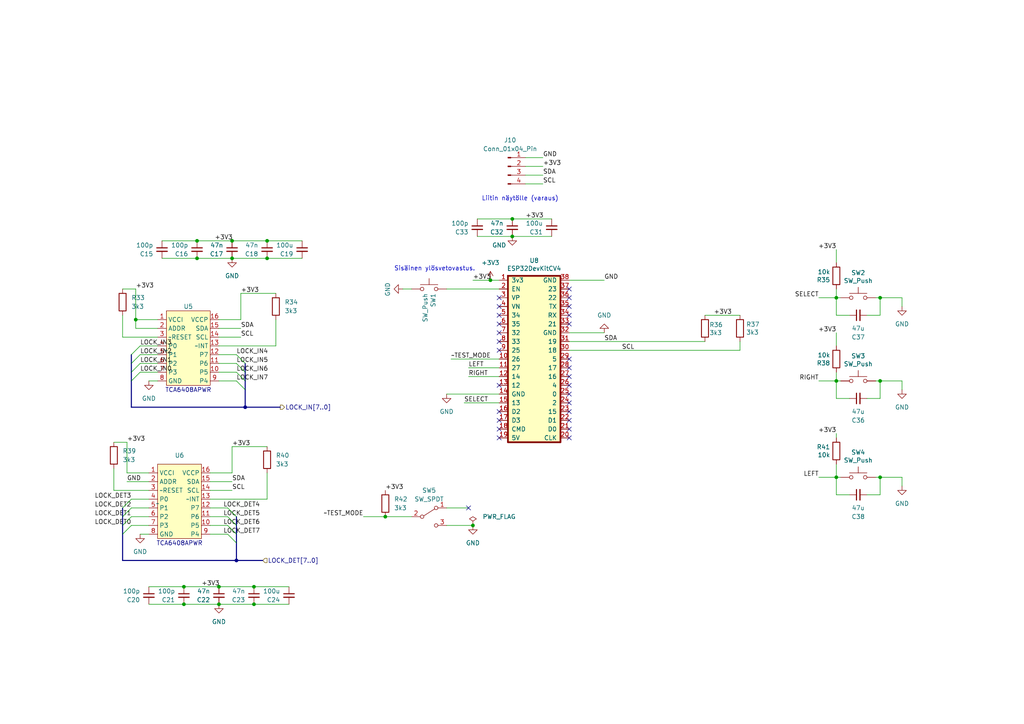
<source format=kicad_sch>
(kicad_sch (version 20230121) (generator eeschema)
  (paper "A4")
  (lib_symbols
    (symbol "Connector:Conn_01x04_Pin" (pin_names (offset 1.016) hide)
      (property "Reference" "J" (at 0 5.08 0))
      (property "Value" "Conn_01x04_Pin" (at 0 -7.62 0))
      (symbol "Conn_01x04_Pin_1_1"
        (polyline (pts (xy 1.27 -5.08) (xy 0.8636 -5.08)) (stroke (width 0.1524)))
        (polyline (pts (xy 1.27 -2.54) (xy 0.8636 -2.54)) (stroke (width 0.1524)))
        (polyline (pts (xy 1.27 0) (xy 0.8636 0)) (stroke (width 0.1524)))
        (polyline (pts (xy 1.27 2.54) (xy 0.8636 2.54)) (stroke (width 0.1524)))
        (rectangle (start 0.8636 -4.953) (end 0 -5.207) (stroke (width 0.1524)) (fill (type outline)))
        (rectangle (start 0.8636 -2.413) (end 0 -2.667) (stroke (width 0.1524)) (fill (type outline)))
        (rectangle (start 0.8636 0.127) (end 0 -0.127) (stroke (width 0.1524)) (fill (type outline)))
        (rectangle (start 0.8636 2.667) (end 0 2.413) (stroke (width 0.1524)) (fill (type outline)))
        (pin passive line (at 5.08 2.54 180) (length 3.81) (name "Pin_1") (number "1"))
        (pin passive line (at 5.08 0 180) (length 3.81) (name "Pin_2") (number "2"))
        (pin passive line (at 5.08 -2.54 180) (length 3.81) (name "Pin_3") (number "3"))
        (pin passive line (at 5.08 -5.08 180) (length 3.81) (name "Pin_4") (number "4"))
      )
    )
    (symbol "Device:C_Small" (pin_numbers hide) (pin_names (offset 0.254) hide)
      (property "Reference" "C" (at 0.254 1.778 0))
      (property "Value" "C_Small" (at 0.254 -2.032 0))
      (symbol "C_Small_0_1"
        (polyline (pts (xy -1.524 -0.508) (xy 1.524 -0.508)) (stroke (width 0.3302)))
        (polyline (pts (xy -1.524 0.508) (xy 1.524 0.508)) (stroke (width 0.3048)))
      )
      (symbol "C_Small_1_1"
        (pin passive line (at 0 2.54 270) (length 2.032) (name "~") (number "1"))
        (pin passive line (at 0 -2.54 90) (length 2.032) (name "~") (number "2"))
      )
    )
    (symbol "Device:R" (pin_numbers hide) (pin_names (offset 0))
      (property "Reference" "R" (at 2.032 0 90))
      (property "Value" "R" (at 0 0 90))
      (symbol "R_0_1"
        (rectangle (start -1.016 -2.54) (end 1.016 2.54) (stroke (width 0.254)))
      )
      (symbol "R_1_1"
        (pin passive line (at 0 3.81 270) (length 1.27) (name "~") (number "1"))
        (pin passive line (at 0 -3.81 90) (length 1.27) (name "~") (number "2"))
      )
    )
    (symbol "Interface_Expansion:TCA6408APWR"
      (property "Reference" "U" (at 0 11.43 0))
      (symbol "TCA6408APWR_1_1"
        (rectangle (start -6.35 10.16) (end 6.35 -11.43) (fill (type background)))
        (text "TCA6408APWR" (at 0 -12.7 0) (effects (font (size 1.27 1.27))))
        (pin power_in line (at -8.89 7.62 0) (length 2.54) (name "VCCI") (number "1"))
        (pin bidirectional line (at 8.89 -7.62 180) (length 2.54) (name "P5") (number "10"))
        (pin bidirectional line (at 8.89 -5.08 180) (length 2.54) (name "P6") (number "11"))
        (pin bidirectional line (at 8.89 -2.54 180) (length 2.54) (name "P7") (number "12"))
        (pin input line (at 8.89 0 180) (length 2.54) (name "~INT") (number "13"))
        (pin bidirectional line (at 8.89 2.54 180) (length 2.54) (name "SCL") (number "14"))
        (pin bidirectional line (at 8.89 5.08 180) (length 2.54) (name "SDA") (number "15"))
        (pin power_in line (at 8.89 7.62 180) (length 2.54) (name "VCCP") (number "16"))
        (pin input line (at -8.89 5.08 0) (length 2.54) (name "ADDR") (number "2"))
        (pin input line (at -8.89 2.54 0) (length 2.54) (name "~RESET") (number "3"))
        (pin bidirectional line (at -8.89 0 0) (length 2.54) (name "P0") (number "4"))
        (pin bidirectional line (at -8.89 -2.54 0) (length 2.54) (name "P1") (number "5"))
        (pin bidirectional line (at -8.89 -5.08 0) (length 2.54) (name "P2") (number "6"))
        (pin bidirectional line (at -8.89 -7.62 0) (length 2.54) (name "P3") (number "7"))
        (pin power_in line (at -8.89 -10.16 0) (length 2.54) (name "GND") (number "8"))
        (pin bidirectional line (at 8.89 -10.16 180) (length 2.54) (name "P4") (number "9"))
      )
    )
    (symbol "Switch:SW_Push" (pin_numbers hide) (pin_names (offset 1.016) hide)
      (property "Reference" "SW" (at 1.27 2.54 0))
      (property "Value" "SW_Push" (at 0 -1.524 0))
      (symbol "SW_Push_0_1"
        (circle (center -2.032 0) (radius 0.508))
        (polyline (pts (xy 0 1.27) (xy 0 3.048)))
        (polyline (pts (xy 2.54 1.27) (xy -2.54 1.27)))
        (circle (center 2.032 0) (radius 0.508))
        (pin passive line (at -5.08 0 0) (length 2.54) (name "1") (number "1"))
        (pin passive line (at 5.08 0 180) (length 2.54) (name "2") (number "2"))
      )
    )
    (symbol "Switch:SW_SPDT" (pin_names (offset 0) hide)
      (property "Reference" "SW" (at 0 4.318 0))
      (property "Value" "SW_SPDT" (at 0 -5.08 0))
      (symbol "SW_SPDT_0_0"
        (circle (center -2.032 0) (radius 0.508))
        (circle (center 2.032 -2.54) (radius 0.508))
      )
      (symbol "SW_SPDT_0_1"
        (polyline (pts (xy -1.524 0.254) (xy 1.651 2.286)))
        (circle (center 2.032 2.54) (radius 0.508))
      )
      (symbol "SW_SPDT_1_1"
        (pin passive line (at 5.08 2.54 180) (length 2.54) (name "A") (number "1"))
        (pin passive line (at -5.08 0 0) (length 2.54) (name "B") (number "2"))
        (pin passive line (at 5.08 -2.54 180) (length 2.54) (name "C") (number "3"))
      )
    )
    (symbol "devkits:ESP32DevKitCV4" (pin_names (offset 1.016))
      (property "Reference" "U" (at 0 -26.67 0))
      (property "Value" "ESP32DevKitCV4" (at 0 24.13 0))
      (symbol "ESP32DevKitCV4_0_1"
        (rectangle (start -7.62 22.86) (end 7.62 -25.4) (stroke (width 0.508)) (fill (type background)))
      )
      (symbol "ESP32DevKitCV4_1_1"
        (pin bidirectional line (at -10.16 21.59 0) (length 2.54) (name "3v3") (number "1"))
        (pin bidirectional line (at -10.16 -1.27 0) (length 2.54) (name "26") (number "10"))
        (pin bidirectional line (at -10.16 -3.81 0) (length 2.54) (name "27") (number "11"))
        (pin bidirectional line (at -10.16 -6.35 0) (length 2.54) (name "14") (number "12"))
        (pin bidirectional line (at -10.16 -8.89 0) (length 2.54) (name "12") (number "13"))
        (pin power_in line (at -10.16 -11.43 0) (length 2.54) (name "GND") (number "14"))
        (pin bidirectional line (at -10.16 -13.97 0) (length 2.54) (name "13") (number "15"))
        (pin bidirectional line (at -10.16 -16.51 0) (length 2.54) (name "D2") (number "16"))
        (pin bidirectional line (at -10.16 -19.05 0) (length 2.54) (name "D3") (number "17"))
        (pin bidirectional line (at -10.16 -21.59 0) (length 2.54) (name "CMD") (number "18"))
        (pin power_in line (at -10.16 -24.13 0) (length 2.54) (name "5V") (number "19"))
        (pin bidirectional line (at -10.16 19.05 0) (length 2.54) (name "EN") (number "2"))
        (pin bidirectional line (at 10.16 -24.13 180) (length 2.54) (name "CLK") (number "20"))
        (pin bidirectional line (at 10.16 -21.59 180) (length 2.54) (name "D0") (number "21"))
        (pin bidirectional line (at 10.16 -19.05 180) (length 2.54) (name "D1") (number "22"))
        (pin bidirectional line (at 10.16 -16.51 180) (length 2.54) (name "15") (number "23"))
        (pin bidirectional line (at 10.16 -13.97 180) (length 2.54) (name "2") (number "24"))
        (pin bidirectional line (at 10.16 -11.43 180) (length 2.54) (name "0") (number "25"))
        (pin bidirectional line (at 10.16 -8.89 180) (length 2.54) (name "4") (number "26"))
        (pin bidirectional line (at 10.16 -6.35 180) (length 2.54) (name "16") (number "27"))
        (pin bidirectional line (at 10.16 -3.81 180) (length 2.54) (name "17") (number "28"))
        (pin bidirectional line (at 10.16 -1.27 180) (length 2.54) (name "5") (number "29"))
        (pin bidirectional line (at -10.16 16.51 0) (length 2.54) (name "VP") (number "3"))
        (pin bidirectional line (at 10.16 1.27 180) (length 2.54) (name "18") (number "30"))
        (pin bidirectional line (at 10.16 3.81 180) (length 2.54) (name "19") (number "31"))
        (pin power_in line (at 10.16 6.35 180) (length 2.54) (name "GND") (number "32"))
        (pin bidirectional line (at 10.16 8.89 180) (length 2.54) (name "21") (number "33"))
        (pin bidirectional line (at 10.16 11.43 180) (length 2.54) (name "RX") (number "34"))
        (pin bidirectional line (at 10.16 13.97 180) (length 2.54) (name "TX") (number "35"))
        (pin bidirectional line (at 10.16 16.51 180) (length 2.54) (name "22") (number "36"))
        (pin bidirectional line (at 10.16 19.05 180) (length 2.54) (name "23") (number "37"))
        (pin power_in line (at 10.16 21.59 180) (length 2.54) (name "GND") (number "38"))
        (pin bidirectional line (at -10.16 13.97 0) (length 2.54) (name "VN") (number "4"))
        (pin bidirectional line (at -10.16 11.43 0) (length 2.54) (name "34") (number "5"))
        (pin bidirectional line (at -10.16 8.89 0) (length 2.54) (name "35") (number "6"))
        (pin bidirectional line (at -10.16 6.35 0) (length 2.54) (name "32") (number "7"))
        (pin bidirectional line (at -10.16 3.81 0) (length 2.54) (name "33") (number "8"))
        (pin bidirectional line (at -10.16 1.27 0) (length 2.54) (name "25") (number "9"))
      )
    )
    (symbol "power:+3V3" (power) (pin_names (offset 0))
      (property "Value" "+3V3" (at 0 3.556 0))
      (symbol "+3V3_0_1"
        (polyline (pts (xy -0.762 1.27) (xy 0 2.54)))
        (polyline (pts (xy 0 0) (xy 0 2.54)))
        (polyline (pts (xy 0 2.54) (xy 0.762 1.27)))
      )
      (symbol "+3V3_1_1"
        (pin power_in line (at 0 0 90) (length 0) hide (name "+3V3") (number "1"))
      )
    )
    (symbol "power:GND" (power) (pin_names (offset 0))
      (property "Value" "GND" (at 0 -3.81 0))
      (symbol "GND_0_1"
        (polyline (pts (xy 0 0) (xy 0 -1.27) (xy 1.27 -1.27) (xy 0 -2.54) (xy -1.27 -1.27) (xy 0 -1.27)))
      )
      (symbol "GND_1_1"
        (pin power_in line (at 0 0 270) (length 0) hide (name "GND") (number "1"))
      )
    )
    (symbol "power:PWR_FLAG" (power) (pin_numbers hide) (pin_names (offset 0) hide)
      (property "Value" "PWR_FLAG" (at 0 3.81 0))
      (symbol "PWR_FLAG_0_0"
        (pin power_out line (at 0 0 90) (length 0) (name "pwr") (number "1"))
      )
      (symbol "PWR_FLAG_0_1"
        (polyline (pts (xy 0 0) (xy 0 1.27) (xy -1.016 1.905) (xy 0 2.54) (xy 1.016 1.905) (xy 0 1.27)))
      )
    )
  )
  (junction (at 67.31 74.93))
  (junction (at 242.57 138.43))
  (junction (at 53.34 170.18))
  (junction (at 148.59 63.5))
  (junction (at 53.34 175.26))
  (junction (at 111.76 149.86))
  (junction (at 242.57 86.36))
  (junction (at 77.47 69.85))
  (junction (at 77.47 74.93))
  (junction (at 255.27 86.36))
  (junction (at 67.31 69.85))
  (junction (at 148.59 68.58))
  (junction (at 73.66 170.18))
  (junction (at 68.58 162.56))
  (junction (at 57.15 74.93))
  (junction (at 39.37 92.71))
  (junction (at 255.27 110.49))
  (junction (at 242.57 110.49))
  (junction (at 73.66 175.26))
  (junction (at 63.5 170.18))
  (junction (at 142.24 81.28))
  (junction (at 255.27 138.43))
  (junction (at 57.15 69.85))
  (junction (at 71.12 118.11))
  (junction (at 137.16 152.4))
  (junction (at 63.5 175.26))
  (no_connect (at 144.78 121.92))
  (no_connect (at 144.78 99.06))
  (no_connect (at 144.78 91.44))
  (no_connect (at 144.78 101.6))
  (no_connect (at 165.1 127))
  (no_connect (at 165.1 111.76))
  (no_connect (at 144.78 93.98))
  (no_connect (at 135.89 147.32))
  (no_connect (at 144.78 111.76))
  (no_connect (at 144.78 127))
  (no_connect (at 165.1 106.68))
  (no_connect (at 144.78 86.36))
  (no_connect (at 165.1 119.38))
  (no_connect (at 165.1 88.9))
  (no_connect (at 165.1 91.44))
  (no_connect (at 165.1 109.22))
  (no_connect (at 165.1 93.98))
  (no_connect (at 165.1 124.46))
  (no_connect (at 144.78 124.46))
  (no_connect (at 165.1 121.92))
  (no_connect (at 144.78 119.38))
  (no_connect (at 165.1 114.3))
  (no_connect (at 165.1 104.14))
  (no_connect (at 144.78 88.9))
  (no_connect (at 165.1 86.36))
  (no_connect (at 144.78 96.52))
  (no_connect (at 165.1 116.84))
  (no_connect (at 165.1 83.82))
  (bus_entry (at 35.56 149.86) (size 2.54 -2.54))
  (bus_entry (at 66.04 152.4) (size 2.54 2.54))
  (bus_entry (at 66.04 147.32) (size 2.54 2.54))
  (bus_entry (at 35.56 154.94) (size 2.54 -2.54))
  (bus_entry (at 38.1 107.95) (size 2.54 -2.54))
  (bus_entry (at 68.58 105.41) (size 2.54 2.54))
  (bus_entry (at 66.04 149.86) (size 2.54 2.54))
  (bus_entry (at 68.58 102.87) (size 2.54 2.54))
  (bus_entry (at 68.58 110.49) (size 2.54 2.54))
  (bus_entry (at 38.1 102.87) (size 2.54 -2.54))
  (bus_entry (at 66.04 154.94) (size 2.54 2.54))
  (bus_entry (at 35.56 147.32) (size 2.54 -2.54))
  (bus_entry (at 38.1 105.41) (size 2.54 -2.54))
  (bus_entry (at 68.58 107.95) (size 2.54 2.54))
  (bus_entry (at 35.56 152.4) (size 2.54 -2.54))
  (bus_entry (at 38.1 110.49) (size 2.54 -2.54))
  (wire (pts (xy 129.54 83.82) (xy 144.78 83.82)))
  (wire (pts (xy 33.02 128.27) (xy 36.83 128.27)))
  (wire (pts (xy 38.1 152.4) (xy 43.18 152.4)))
  (wire (pts (xy 67.31 74.93) (xy 77.47 74.93)))
  (wire (pts (xy 57.15 69.85) (xy 67.31 69.85)))
  (wire (pts (xy 165.1 101.6) (xy 214.63 101.6)))
  (wire (pts (xy 144.78 114.3) (xy 129.54 114.3)))
  (wire (pts (xy 46.99 74.93) (xy 57.15 74.93)))
  (wire (pts (xy 67.31 69.85) (xy 77.47 69.85)))
  (wire (pts (xy 242.57 143.51) (xy 242.57 138.43)))
  (wire (pts (xy 255.27 143.51) (xy 255.27 138.43)))
  (wire (pts (xy 40.64 107.95) (xy 45.72 107.95)))
  (wire (pts (xy 246.38 143.51) (xy 242.57 143.51)))
  (bus (pts (xy 71.12 110.49) (xy 71.12 113.03)))
  (wire (pts (xy 251.46 115.57) (xy 255.27 115.57)))
  (bus (pts (xy 68.58 154.94) (xy 68.58 157.48)))
  (wire (pts (xy 39.37 83.82) (xy 39.37 92.71)))
  (wire (pts (xy 242.57 86.36) (xy 237.49 86.36)))
  (bus (pts (xy 71.12 113.03) (xy 71.12 118.11)))
  (wire (pts (xy 152.4 53.34) (xy 157.48 53.34)))
  (wire (pts (xy 105.41 149.86) (xy 111.76 149.86)))
  (wire (pts (xy 53.34 170.18) (xy 63.5 170.18)))
  (bus (pts (xy 68.58 149.86) (xy 68.58 152.4)))
  (wire (pts (xy 40.64 105.41) (xy 45.72 105.41)))
  (wire (pts (xy 138.43 63.5) (xy 148.59 63.5)))
  (wire (pts (xy 77.47 74.93) (xy 87.63 74.93)))
  (wire (pts (xy 130.81 104.14) (xy 144.78 104.14)))
  (bus (pts (xy 68.58 162.56) (xy 76.2 162.56)))
  (wire (pts (xy 261.62 138.43) (xy 261.62 140.97)))
  (wire (pts (xy 148.59 68.58) (xy 160.02 68.58)))
  (wire (pts (xy 254 138.43) (xy 255.27 138.43)))
  (bus (pts (xy 38.1 102.87) (xy 38.1 105.41)))
  (wire (pts (xy 144.78 116.84) (xy 134.62 116.84)))
  (wire (pts (xy 38.1 144.78) (xy 43.18 144.78)))
  (wire (pts (xy 36.83 128.27) (xy 36.83 137.16)))
  (bus (pts (xy 35.56 162.56) (xy 68.58 162.56)))
  (wire (pts (xy 63.5 105.41) (xy 68.58 105.41)))
  (wire (pts (xy 60.96 154.94) (xy 66.04 154.94)))
  (bus (pts (xy 38.1 107.95) (xy 38.1 110.49)))
  (wire (pts (xy 60.96 144.78) (xy 77.47 144.78)))
  (wire (pts (xy 60.96 147.32) (xy 66.04 147.32)))
  (wire (pts (xy 77.47 137.16) (xy 77.47 144.78)))
  (wire (pts (xy 255.27 138.43) (xy 261.62 138.43)))
  (wire (pts (xy 242.57 100.33) (xy 242.57 96.52)))
  (bus (pts (xy 71.12 107.95) (xy 71.12 110.49)))
  (wire (pts (xy 152.4 48.26) (xy 157.48 48.26)))
  (wire (pts (xy 142.24 81.28) (xy 144.78 81.28)))
  (bus (pts (xy 38.1 105.41) (xy 38.1 107.95)))
  (bus (pts (xy 38.1 118.11) (xy 71.12 118.11)))
  (wire (pts (xy 63.5 107.95) (xy 68.58 107.95)))
  (wire (pts (xy 60.96 152.4) (xy 66.04 152.4)))
  (wire (pts (xy 242.57 138.43) (xy 243.84 138.43)))
  (wire (pts (xy 246.38 91.44) (xy 242.57 91.44)))
  (bus (pts (xy 68.58 152.4) (xy 68.58 154.94)))
  (wire (pts (xy 38.1 147.32) (xy 43.18 147.32)))
  (wire (pts (xy 204.47 91.44) (xy 214.63 91.44)))
  (wire (pts (xy 144.78 109.22) (xy 135.89 109.22)))
  (wire (pts (xy 255.27 115.57) (xy 255.27 110.49)))
  (wire (pts (xy 242.57 125.73) (xy 242.57 127)))
  (wire (pts (xy 60.96 137.16) (xy 67.31 137.16)))
  (wire (pts (xy 43.18 110.49) (xy 45.72 110.49)))
  (wire (pts (xy 67.31 129.54) (xy 67.31 137.16)))
  (wire (pts (xy 129.54 147.32) (xy 135.89 147.32)))
  (wire (pts (xy 242.57 134.62) (xy 242.57 138.43)))
  (wire (pts (xy 116.84 83.82) (xy 119.38 83.82)))
  (bus (pts (xy 35.56 152.4) (xy 35.56 154.94)))
  (wire (pts (xy 43.18 137.16) (xy 36.83 137.16)))
  (wire (pts (xy 43.18 139.7) (xy 36.83 139.7)))
  (wire (pts (xy 242.57 86.36) (xy 242.57 83.82)))
  (wire (pts (xy 242.57 115.57) (xy 242.57 110.49)))
  (wire (pts (xy 63.5 102.87) (xy 68.58 102.87)))
  (bus (pts (xy 71.12 118.11) (xy 81.28 118.11)))
  (wire (pts (xy 69.85 85.09) (xy 80.01 85.09)))
  (bus (pts (xy 38.1 110.49) (xy 38.1 118.11)))
  (wire (pts (xy 57.15 74.93) (xy 67.31 74.93)))
  (wire (pts (xy 60.96 149.86) (xy 66.04 149.86)))
  (wire (pts (xy 242.57 110.49) (xy 237.49 110.49)))
  (wire (pts (xy 243.84 86.36) (xy 242.57 86.36)))
  (wire (pts (xy 73.66 170.18) (xy 83.82 170.18)))
  (wire (pts (xy 63.5 170.18) (xy 73.66 170.18)))
  (wire (pts (xy 40.64 100.33) (xy 45.72 100.33)))
  (wire (pts (xy 43.18 142.24) (xy 33.02 142.24)))
  (wire (pts (xy 254 110.49) (xy 255.27 110.49)))
  (wire (pts (xy 111.76 149.86) (xy 119.38 149.86)))
  (wire (pts (xy 63.5 175.26) (xy 73.66 175.26)))
  (wire (pts (xy 43.18 175.26) (xy 53.34 175.26)))
  (wire (pts (xy 165.1 81.28) (xy 175.26 81.28)))
  (wire (pts (xy 251.46 143.51) (xy 255.27 143.51)))
  (wire (pts (xy 69.85 85.09) (xy 69.85 92.71)))
  (wire (pts (xy 40.64 102.87) (xy 45.72 102.87)))
  (wire (pts (xy 129.54 152.4) (xy 137.16 152.4)))
  (wire (pts (xy 261.62 110.49) (xy 261.62 113.03)))
  (bus (pts (xy 71.12 105.41) (xy 71.12 107.95)))
  (wire (pts (xy 261.62 86.36) (xy 261.62 88.9)))
  (wire (pts (xy 242.57 76.2) (xy 242.57 72.39)))
  (wire (pts (xy 261.62 86.36) (xy 255.27 86.36)))
  (wire (pts (xy 152.4 45.72) (xy 157.48 45.72)))
  (wire (pts (xy 67.31 129.54) (xy 77.47 129.54)))
  (wire (pts (xy 39.37 92.71) (xy 45.72 92.71)))
  (wire (pts (xy 60.96 142.24) (xy 67.31 142.24)))
  (wire (pts (xy 38.1 149.86) (xy 43.18 149.86)))
  (wire (pts (xy 45.72 97.79) (xy 35.56 97.79)))
  (wire (pts (xy 242.57 110.49) (xy 242.57 107.95)))
  (wire (pts (xy 137.16 81.28) (xy 142.24 81.28)))
  (wire (pts (xy 35.56 91.44) (xy 35.56 97.79)))
  (wire (pts (xy 138.43 68.58) (xy 148.59 68.58)))
  (wire (pts (xy 165.1 99.06) (xy 204.47 99.06)))
  (bus (pts (xy 35.56 147.32) (xy 35.56 149.86)))
  (wire (pts (xy 242.57 91.44) (xy 242.57 86.36)))
  (wire (pts (xy 144.78 106.68) (xy 135.89 106.68)))
  (wire (pts (xy 80.01 92.71) (xy 80.01 100.33)))
  (wire (pts (xy 214.63 99.06) (xy 214.63 101.6)))
  (wire (pts (xy 152.4 50.8) (xy 157.48 50.8)))
  (wire (pts (xy 73.66 175.26) (xy 83.82 175.26)))
  (wire (pts (xy 246.38 115.57) (xy 242.57 115.57)))
  (bus (pts (xy 35.56 149.86) (xy 35.56 152.4)))
  (wire (pts (xy 148.59 63.5) (xy 160.02 63.5)))
  (wire (pts (xy 63.5 100.33) (xy 80.01 100.33)))
  (wire (pts (xy 63.5 110.49) (xy 68.58 110.49)))
  (wire (pts (xy 45.72 95.25) (xy 39.37 95.25)))
  (wire (pts (xy 255.27 110.49) (xy 261.62 110.49)))
  (wire (pts (xy 63.5 97.79) (xy 69.85 97.79)))
  (wire (pts (xy 63.5 95.25) (xy 69.85 95.25)))
  (wire (pts (xy 43.18 170.18) (xy 53.34 170.18)))
  (wire (pts (xy 243.84 110.49) (xy 242.57 110.49)))
  (wire (pts (xy 255.27 86.36) (xy 254 86.36)))
  (wire (pts (xy 46.99 69.85) (xy 57.15 69.85)))
  (wire (pts (xy 242.57 138.43) (xy 237.49 138.43)))
  (wire (pts (xy 35.56 83.82) (xy 39.37 83.82)))
  (wire (pts (xy 63.5 92.71) (xy 69.85 92.71)))
  (wire (pts (xy 165.1 96.52) (xy 175.26 96.52)))
  (wire (pts (xy 255.27 91.44) (xy 255.27 86.36)))
  (wire (pts (xy 33.02 135.89) (xy 33.02 142.24)))
  (bus (pts (xy 68.58 157.48) (xy 68.58 162.56)))
  (wire (pts (xy 251.46 91.44) (xy 255.27 91.44)))
  (wire (pts (xy 77.47 69.85) (xy 87.63 69.85)))
  (wire (pts (xy 53.34 175.26) (xy 63.5 175.26)))
  (bus (pts (xy 35.56 154.94) (xy 35.56 162.56)))
  (wire (pts (xy 39.37 95.25) (xy 39.37 92.71)))
  (wire (pts (xy 60.96 139.7) (xy 67.31 139.7)))
  (wire (pts (xy 40.64 154.94) (xy 43.18 154.94)))
  (text "Sisäinen ylösvetovastus.\n" (at 114.3 78.74 0) (effects (font (size 1.27 1.27)) (justify left bottom)))
  (text "Liitin näytölle (varaus)" (at 139.7 58.42 0) (effects (font (size 1.27 1.27)) (justify left bottom)))
  (label "SCL" (at 180.34 101.6 0))
  (label "+3V3" (at 67.31 129.54 0))
  (label "LEFT" (at 135.89 106.68 0))
  (label "LOCK_DET7" (at 64.77 154.94 0))
  (label "RIGHT" (at 237.49 110.49 180))
  (label "LOCK_DET2" (at 38.1 147.32 180))
  (label "LOCK_DET3" (at 38.1 144.78 180))
  (label "+3V3" (at 111.76 142.24 0))
  (label "SDA" (at 175.26 99.06 0))
  (label "+3V3" (at 69.85 85.09 0))
  (label "LOCK_DET5" (at 64.77 149.86 0))
  (label "~TEST_MODE" (at 130.81 104.14 0))
  (label "+3V3" (at 242.57 96.52 180))
  (label "+3V3" (at 36.83 128.27 0))
  (label "LOCK_IN5" (at 68.58 105.41 0))
  (label "+3V3" (at 62.23 69.85 0))
  (label "GND" (at 175.26 81.28 0))
  (label "+3V3" (at 39.37 83.82 0))
  (label "LOCK_IN2" (at 40.64 102.87 0))
  (label "+3V3" (at 137.16 81.28 0))
  (label "LOCK_DET1" (at 38.1 149.86 180))
  (label "LOCK_DET0" (at 38.1 152.4 180))
  (label "LOCK_IN4" (at 68.58 102.87 0))
  (label "+3V3" (at 152.4 63.5 0))
  (label "LOCK_IN1" (at 40.64 105.41 0))
  (label "GND" (at 36.83 139.7 0))
  (label "LOCK_IN3" (at 40.64 100.33 0))
  (label "LOCK_DET6" (at 64.77 152.4 0))
  (label "SCL" (at 157.48 53.34 0))
  (label "GND" (at 157.48 45.72 0))
  (label "+3V3" (at 207.01 91.44 0))
  (label "+3V3" (at 242.57 72.39 180))
  (label "LEFT" (at 237.49 138.43 180))
  (label "LOCK_DET4" (at 64.77 147.32 0))
  (label "+3V3" (at 157.48 48.26 0))
  (label "LOCK_IN0" (at 40.64 107.95 0))
  (label "SCL" (at 67.31 142.24 0))
  (label "SELECT" (at 237.49 86.36 180))
  (label "LOCK_IN6" (at 68.58 107.95 0))
  (label "+3V3" (at 242.57 125.73 180))
  (label "SDA" (at 157.48 50.8 0))
  (label "RIGHT" (at 135.89 109.22 0))
  (label "SCL" (at 69.85 97.79 0))
  (label "~TEST_MODE" (at 105.41 149.86 180))
  (label "SELECT" (at 134.62 116.84 0))
  (label "SDA" (at 67.31 139.7 0))
  (label "LOCK_IN7" (at 68.58 110.49 0))
  (label "SDA" (at 69.85 95.25 0))
  (label "+3V3" (at 58.42 170.18 0))
  (hierarchical_label "LOCK_IN[7..0]" (shape output) (at 81.28 118.11 0))
  (hierarchical_label "LOCK_DET[7..0]" (shape input) (at 76.2 162.56 0))
  (symbol (lib_id "Device:R") (at 204.47 95.25 0) (unit 1)
    (property "Reference" "R36" (at 205.74 94.2086 0) (effects (justify left)))
    (property "Value" "3k3" (at 205.74 96.52 0) (effects (justify left)))
    (property "Footprint" "Resistor_SMD:R_0805_2012Metric_Pad1.20x1.40mm_HandSolder" (effects hide))
  )
  (symbol (lib_id "Device:R") (at 214.63 95.25 0) (unit 1)
    (property "Reference" "R37" (at 216.408 94.0816 0) (effects (justify left)))
    (property "Value" "3k3" (at 216.408 96.393 0) (effects (justify left)))
    (property "Footprint" "Resistor_SMD:R_0805_2012Metric_Pad1.20x1.40mm_HandSolder" (effects hide))
  )
  (symbol (lib_id "Switch:SW_Push") (at 124.46 83.82 0) (unit 1)
    (property "Reference" "SW1" (at 125.6284 85.0392 90) (effects (justify right)))
    (property "Value" "SW_Push" (at 123.317 85.0392 90) (effects (justify right)))
    (property "Footprint" "Connector_PinHeader_2.54mm:PinHeader_1x02_P2.54mm_Vertical" (effects hide))
  )
  (symbol (lib_id "power:GND") (at 116.84 83.82 270) (unit 1)
    (property "Reference" "#PWR029" (effects hide))
    (property "Value" "GND" (at 112.4458 83.947 0))
  )
  (symbol (lib_id "devkits:ESP32DevKitCV4") (at 154.94 102.87 0) (unit 1)
    (property "Reference" "U8" (at 154.94 75.565 0))
    (property "Value" "ESP32DevKitCV4" (at 154.94 77.8764 0))
    (property "Footprint" "devkits:ESP32_DevkitC_ExtraPins" (effects hide))
  )
  (symbol (lib_id "Device:C_Small") (at 160.02 66.04 0) (unit 1)
    (property "Reference" "C31" (at 157.48 67.3164 0) (effects (justify right)))
    (property "Value" "100u" (at 157.48 64.7764 0) (effects (justify right)))
    (property "Footprint" "Capacitor_THT:CP_Radial_D5.0mm_P2.50mm" (effects hide))
  )
  (symbol (lib_id "power:GND") (at 63.5 175.26 0) (unit 1)
    (property "Reference" "#PWR045" (effects hide))
    (property "Value" "GND" (at 63.5 180.34 0))
  )
  (symbol (lib_id "Device:C_Small") (at 148.59 66.04 0) (unit 1)
    (property "Reference" "C32" (at 146.05 67.3164 0) (effects (justify right)))
    (property "Value" "47n" (at 146.05 64.7764 0) (effects (justify right)))
    (property "Footprint" "Capacitor_SMD:C_0805_2012Metric_Pad1.18x1.45mm_HandSolder" (effects hide))
  )
  (symbol (lib_id "Device:R") (at 111.76 146.05 0) (unit 1)
    (property "Reference" "R42" (at 114.3 144.78 0) (effects (justify left)))
    (property "Value" "3k3" (at 114.3 147.32 0) (effects (justify left)))
    (property "Footprint" "Resistor_SMD:R_0805_2012Metric_Pad1.20x1.40mm_HandSolder" (effects hide))
  )
  (symbol (lib_id "Device:R") (at 33.02 132.08 0) (unit 1)
    (property "Reference" "R39" (at 35.56 130.81 0) (effects (justify left)))
    (property "Value" "3k3" (at 35.56 133.35 0) (effects (justify left)))
    (property "Footprint" "Resistor_SMD:R_0805_2012Metric_Pad1.20x1.40mm_HandSolder" (effects hide))
  )
  (symbol (lib_id "Device:C_Small") (at 73.66 172.72 0) (unit 1)
    (property "Reference" "C23" (at 71.12 173.9964 0) (effects (justify right)))
    (property "Value" "47n" (at 71.12 171.4564 0) (effects (justify right)))
    (property "Footprint" "Capacitor_SMD:C_0805_2012Metric_Pad1.18x1.45mm_HandSolder" (effects hide))
  )
  (symbol (lib_id "Device:C_Small") (at 248.92 143.51 90) (unit 1)
    (property "Reference" "C38" (at 248.9263 149.86 90))
    (property "Value" "47u" (at 248.9263 147.32 90))
    (property "Footprint" "Capacitor_SMD:C_0805_2012Metric_Pad1.18x1.45mm_HandSolder" (effects hide))
  )
  (symbol (lib_id "Device:R") (at 242.57 80.01 180) (unit 1)
    (property "Reference" "R35" (at 240.792 81.1784 0) (effects (justify left)))
    (property "Value" "10k" (at 240.792 78.867 0) (effects (justify left)))
    (property "Footprint" "Resistor_SMD:R_0805_2012Metric_Pad1.20x1.40mm_HandSolder" (effects hide))
  )
  (symbol (lib_id "power:GND") (at 261.62 113.03 0) (mirror y) (unit 1)
    (property "Reference" "#PWR037" (effects hide))
    (property "Value" "GND" (at 261.62 118.11 0))
  )
  (symbol (lib_id "Device:C_Small") (at 83.82 172.72 0) (unit 1)
    (property "Reference" "C24" (at 81.28 173.9964 0) (effects (justify right)))
    (property "Value" "100u" (at 81.28 171.4564 0) (effects (justify right)))
    (property "Footprint" "Capacitor_THT:CP_Radial_D5.0mm_P2.50mm" (effects hide))
  )
  (symbol (lib_id "Device:R") (at 242.57 104.14 180) (unit 1)
    (property "Reference" "R38" (at 240.792 105.3084 0) (effects (justify left)))
    (property "Value" "10k" (at 240.792 102.997 0) (effects (justify left)))
    (property "Footprint" "Resistor_SMD:R_0805_2012Metric_Pad1.20x1.40mm_HandSolder" (effects hide))
  )
  (symbol (lib_id "power:PWR_FLAG") (at 137.16 152.4 0) (unit 1)
    (property "Reference" "#FLG02" (effects hide))
    (property "Value" "PWR_FLAG" (at 144.78 149.86 0))
  )
  (symbol (lib_id "Device:R") (at 80.01 88.9 0) (unit 1)
    (property "Reference" "R34" (at 82.55 87.63 0) (effects (justify left)))
    (property "Value" "3k3" (at 82.55 90.17 0) (effects (justify left)))
    (property "Footprint" "Resistor_SMD:R_0805_2012Metric_Pad1.20x1.40mm_HandSolder" (effects hide))
  )
  (symbol (lib_id "power:GND") (at 261.62 140.97 0) (mirror y) (unit 1)
    (property "Reference" "#PWR038" (effects hide))
    (property "Value" "GND" (at 261.62 146.05 0))
  )
  (symbol (lib_id "Device:R") (at 242.57 130.81 0) (mirror y) (unit 1)
    (property "Reference" "R41" (at 240.792 129.6416 0) (effects (justify left)))
    (property "Value" "10k" (at 240.792 131.953 0) (effects (justify left)))
    (property "Footprint" "Resistor_SMD:R_0805_2012Metric_Pad1.20x1.40mm_HandSolder" (effects hide))
  )
  (symbol (lib_id "Device:C_Small") (at 43.18 172.72 0) (unit 1)
    (property "Reference" "C20" (at 40.64 173.9964 0) (effects (justify right)))
    (property "Value" "100p" (at 40.64 171.4564 0) (effects (justify right)))
    (property "Footprint" "Capacitor_SMD:C_0805_2012Metric_Pad1.18x1.45mm_HandSolder" (effects hide))
  )
  (symbol (lib_id "Switch:SW_Push") (at 248.92 110.49 0) (mirror y) (unit 1)
    (property "Reference" "SW3" (at 248.92 103.251 0))
    (property "Value" "SW_Push" (at 248.92 105.5624 0))
    (property "Footprint" "Connector_PinHeader_2.54mm:PinHeader_1x02_P2.54mm_Vertical" (effects hide))
  )
  (symbol (lib_id "Device:C_Small") (at 138.43 66.04 0) (unit 1)
    (property "Reference" "C33" (at 135.89 67.3164 0) (effects (justify right)))
    (property "Value" "100p" (at 135.89 64.7764 0) (effects (justify right)))
    (property "Footprint" "Capacitor_SMD:C_0805_2012Metric_Pad1.18x1.45mm_HandSolder" (effects hide))
  )
  (symbol (lib_id "Device:R") (at 35.56 87.63 0) (unit 1)
    (property "Reference" "R33" (at 38.1 86.36 0) (effects (justify left)))
    (property "Value" "3k3" (at 38.1 88.9 0) (effects (justify left)))
    (property "Footprint" "Resistor_SMD:R_0805_2012Metric_Pad1.20x1.40mm_HandSolder" (effects hide))
  )
  (symbol (lib_id "power:GND") (at 148.59 68.58 0) (unit 1)
    (property "Reference" "#PWR052" (effects hide))
    (property "Value" "GND" (at 144.78 71.12 0))
  )
  (symbol (lib_id "Interface_Expansion:TCA6408APWR") (at 54.61 100.33 0) (unit 1)
    (property "Reference" "U5" (at 54.61 88.9 0))
    (property "Value" "~" (at 48.26 101.6 0))
    (property "Footprint" "Package_SO:TSSOP-16_4.4x5mm_P0.65mm" (effects hide))
  )
  (symbol (lib_id "Device:C_Small") (at 248.92 91.44 90) (unit 1)
    (property "Reference" "C37" (at 248.9263 97.79 90))
    (property "Value" "47u" (at 248.9263 95.25 90))
    (property "Footprint" "Capacitor_SMD:C_0805_2012Metric_Pad1.18x1.45mm_HandSolder" (effects hide))
  )
  (symbol (lib_id "Switch:SW_Push") (at 248.92 86.36 0) (mirror y) (unit 1)
    (property "Reference" "SW2" (at 248.92 79.121 0))
    (property "Value" "SW_Push" (at 248.92 81.4324 0))
    (property "Footprint" "Connector_PinHeader_2.54mm:PinHeader_1x02_P2.54mm_Vertical" (effects hide))
  )
  (symbol (lib_id "power:GND") (at 129.54 114.3 0) (unit 1)
    (property "Reference" "#PWR036" (effects hide))
    (property "Value" "GND" (at 129.54 119.38 0))
  )
  (symbol (lib_id "power:GND") (at 175.26 96.52 180) (unit 1)
    (property "Reference" "#PWR034" (effects hide))
    (property "Value" "GND" (at 175.26 91.44 0))
  )
  (symbol (lib_id "Switch:SW_SPDT") (at 124.46 149.86 0) (unit 1)
    (property "Reference" "SW5" (at 124.46 142.24 0))
    (property "Value" "SW_SPDT" (at 124.46 144.78 0))
    (property "Footprint" "Connector_TE-Connectivity:TE_826576-3_1x03_P3.96mm_Vertical" (effects hide))
  )
  (symbol (lib_id "Device:C_Small") (at 248.92 115.57 90) (unit 1)
    (property "Reference" "C36" (at 248.9263 121.92 90))
    (property "Value" "47u" (at 248.9263 119.38 90))
    (property "Footprint" "Capacitor_SMD:C_0805_2012Metric_Pad1.18x1.45mm_HandSolder" (effects hide))
  )
  (symbol (lib_id "power:GND") (at 43.18 110.49 0) (unit 1)
    (property "Reference" "#PWR035" (effects hide))
    (property "Value" "GND" (at 43.18 115.57 0))
  )
  (symbol (lib_id "Device:C_Small") (at 53.34 172.72 0) (unit 1)
    (property "Reference" "C21" (at 50.8 173.9964 0) (effects (justify right)))
    (property "Value" "100p" (at 50.8 171.4564 0) (effects (justify right)))
    (property "Footprint" "Capacitor_SMD:C_0805_2012Metric_Pad1.18x1.45mm_HandSolder" (effects hide))
  )
  (symbol (lib_id "Interface_Expansion:TCA6408APWR") (at 52.07 144.78 0) (unit 1)
    (property "Reference" "U6" (at 52.07 132.08 0))
    (property "Value" "~" (at 45.72 146.05 0))
    (property "Footprint" "Package_SO:TSSOP-16_4.4x5mm_P0.65mm" (effects hide))
  )
  (symbol (lib_id "Device:R") (at 77.47 133.35 0) (unit 1)
    (property "Reference" "R40" (at 80.01 132.08 0) (effects (justify left)))
    (property "Value" "3k3" (at 80.01 134.62 0) (effects (justify left)))
    (property "Footprint" "Resistor_SMD:R_0805_2012Metric_Pad1.20x1.40mm_HandSolder" (effects hide))
  )
  (symbol (lib_id "Device:C_Small") (at 77.47 72.39 0) (unit 1)
    (property "Reference" "C18" (at 74.93 73.6664 0) (effects (justify right)))
    (property "Value" "47n" (at 74.93 71.1264 0) (effects (justify right)))
    (property "Footprint" "Capacitor_SMD:C_0805_2012Metric_Pad1.18x1.45mm_HandSolder" (effects hide))
  )
  (symbol (lib_id "Connector:Conn_01x04_Pin") (at 147.32 48.26 0) (unit 1)
    (property "Reference" "J10" (at 147.955 40.64 0))
    (property "Value" "Conn_01x04_Pin" (at 147.955 43.18 0))
    (property "Footprint" "Connector_PinHeader_2.00mm:PinHeader_1x04_P2.00mm_Vertical" (effects hide))
  )
  (symbol (lib_id "Device:C_Small") (at 87.63 72.39 0) (unit 1)
    (property "Reference" "C19" (at 85.09 73.6664 0) (effects (justify right)))
    (property "Value" "100u" (at 85.09 71.1264 0) (effects (justify right)))
    (property "Footprint" "Capacitor_THT:CP_Radial_D5.0mm_P2.50mm" (effects hide))
  )
  (symbol (lib_id "power:GND") (at 40.64 154.94 0) (unit 1)
    (property "Reference" "#PWR044" (effects hide))
    (property "Value" "GND" (at 40.64 160.02 0))
  )
  (symbol (lib_id "Device:C_Small") (at 67.31 72.39 0) (unit 1)
    (property "Reference" "C17" (at 64.77 73.6664 0) (effects (justify right)))
    (property "Value" "47n" (at 64.77 71.1264 0) (effects (justify right)))
    (property "Footprint" "Capacitor_SMD:C_0805_2012Metric_Pad1.18x1.45mm_HandSolder" (effects hide))
  )
  (symbol (lib_id "Switch:SW_Push") (at 248.92 138.43 0) (mirror y) (unit 1)
    (property "Reference" "SW4" (at 248.92 131.191 0))
    (property "Value" "SW_Push" (at 248.92 133.5024 0))
    (property "Footprint" "Connector_PinHeader_2.54mm:PinHeader_1x02_P2.54mm_Vertical" (effects hide))
  )
  (symbol (lib_id "Device:C_Small") (at 63.5 172.72 0) (unit 1)
    (property "Reference" "C22" (at 60.96 173.9964 0) (effects (justify right)))
    (property "Value" "47n" (at 60.96 171.4564 0) (effects (justify right)))
    (property "Footprint" "Capacitor_SMD:C_0805_2012Metric_Pad1.18x1.45mm_HandSolder" (effects hide))
  )
  (symbol (lib_id "Device:C_Small") (at 46.99 72.39 0) (unit 1)
    (property "Reference" "C15" (at 44.45 73.6664 0) (effects (justify right)))
    (property "Value" "100p" (at 44.45 71.1264 0) (effects (justify right)))
    (property "Footprint" "Capacitor_SMD:C_0805_2012Metric_Pad1.18x1.45mm_HandSolder" (effects hide))
  )
  (symbol (lib_id "Device:C_Small") (at 57.15 72.39 0) (unit 1)
    (property "Reference" "C16" (at 54.61 73.6664 0) (effects (justify right)))
    (property "Value" "100p" (at 54.61 71.1264 0) (effects (justify right)))
    (property "Footprint" "Capacitor_SMD:C_0805_2012Metric_Pad1.18x1.45mm_HandSolder" (effects hide))
  )
  (symbol (lib_id "power:GND") (at 67.31 74.93 0) (unit 1)
    (property "Reference" "#PWR05" (effects hide))
    (property "Value" "GND" (at 67.31 80.01 0))
  )
  (symbol (lib_id "power:+3V3") (at 142.24 81.28 0) (unit 1)
    (property "Reference" "#PWR028" (effects hide))
    (property "Value" "+3V3" (at 142.24 76.2 0))
  )
  (symbol (lib_id "power:GND") (at 261.62 88.9 0) (mirror y) (unit 1)
    (property "Reference" "#PWR033" (effects hide))
    (property "Value" "GND" (at 261.62 93.98 0))
  )
  (symbol (lib_id "power:GND") (at 137.16 152.4 0) (unit 1)
    (property "Reference" "#PWR040" (effects hide))
    (property "Value" "GND" (at 137.16 157.48 0))
  )
)
</source>
